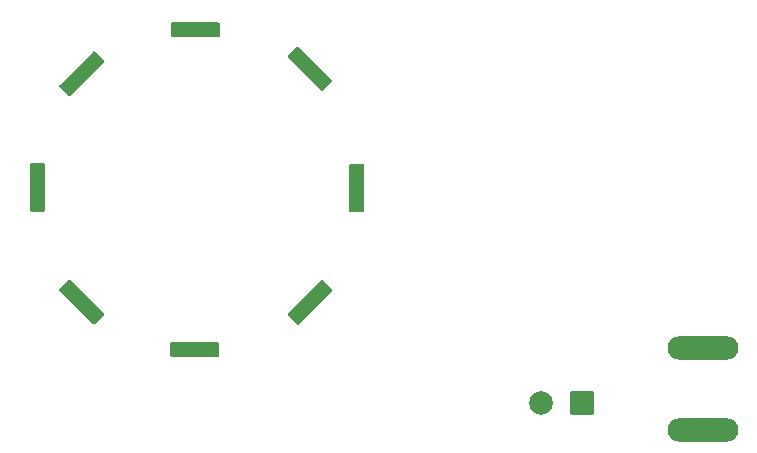
<source format=gbs>
G04 #@! TF.GenerationSoftware,KiCad,Pcbnew,7.0.10*
G04 #@! TF.CreationDate,2024-01-02T03:25:23-08:00*
G04 #@! TF.ProjectId,K40-LED_PCB,4b34302d-4c45-4445-9f50-43422e6b6963,rev?*
G04 #@! TF.SameCoordinates,Original*
G04 #@! TF.FileFunction,Soldermask,Bot*
G04 #@! TF.FilePolarity,Negative*
%FSLAX46Y46*%
G04 Gerber Fmt 4.6, Leading zero omitted, Abs format (unit mm)*
G04 Created by KiCad (PCBNEW 7.0.10) date 2024-01-02 03:25:23*
%MOMM*%
%LPD*%
G01*
G04 APERTURE LIST*
G04 Aperture macros list*
%AMRoundRect*
0 Rectangle with rounded corners*
0 $1 Rounding radius*
0 $2 $3 $4 $5 $6 $7 $8 $9 X,Y pos of 4 corners*
0 Add a 4 corners polygon primitive as box body*
4,1,4,$2,$3,$4,$5,$6,$7,$8,$9,$2,$3,0*
0 Add four circle primitives for the rounded corners*
1,1,$1+$1,$2,$3*
1,1,$1+$1,$4,$5*
1,1,$1+$1,$6,$7*
1,1,$1+$1,$8,$9*
0 Add four rect primitives between the rounded corners*
20,1,$1+$1,$2,$3,$4,$5,0*
20,1,$1+$1,$4,$5,$6,$7,0*
20,1,$1+$1,$6,$7,$8,$9,0*
20,1,$1+$1,$8,$9,$2,$3,0*%
G04 Aperture macros list end*
%ADD10O,6.000000X2.000000*%
%ADD11C,0.400000*%
%ADD12RoundRect,0.102000X0.900000X0.900000X-0.900000X0.900000X-0.900000X-0.900000X0.900000X-0.900000X0*%
%ADD13C,2.004000*%
G04 APERTURE END LIST*
D10*
X150495000Y-145384600D03*
X150495000Y-138384600D03*
D11*
X105651357Y-138866323D03*
X106251357Y-138866323D03*
X106851357Y-138866323D03*
X107451357Y-138866323D03*
X108051357Y-138866323D03*
X108651357Y-138866323D03*
X109251357Y-138866323D03*
X105651357Y-138166823D03*
X106251357Y-138166823D03*
X106851357Y-138166823D03*
X107451357Y-138166823D03*
X108051357Y-138166823D03*
X108651357Y-138166823D03*
X109251357Y-138166823D03*
X98869437Y-113646652D03*
X98445173Y-114070917D03*
X98020909Y-114495181D03*
X97596645Y-114919445D03*
X97172381Y-115343709D03*
X96748117Y-115767973D03*
X96323853Y-116192237D03*
X99364058Y-114141274D03*
X98939794Y-114565538D03*
X98515530Y-114989802D03*
X98091266Y-115414066D03*
X97667002Y-115838330D03*
X97242738Y-116262594D03*
X96818474Y-116686858D03*
X93748657Y-123001084D03*
X93748657Y-123601084D03*
X93748657Y-124201084D03*
X93748657Y-124801084D03*
X93748657Y-125401084D03*
X93748657Y-126001084D03*
X93748657Y-126601084D03*
X94448157Y-123001084D03*
X94448157Y-123601084D03*
X94448157Y-124201084D03*
X94448157Y-124801084D03*
X94448157Y-125401084D03*
X94448157Y-126001084D03*
X94448157Y-126601084D03*
X121497657Y-126645957D03*
X121497657Y-126045957D03*
X121497657Y-125445957D03*
X121497657Y-124845957D03*
X121497657Y-124245957D03*
X121497657Y-123645957D03*
X121497657Y-123045957D03*
X120798157Y-126645957D03*
X120798157Y-126045957D03*
X120798157Y-125445957D03*
X120798157Y-124845957D03*
X120798157Y-124245957D03*
X120798157Y-123645957D03*
X120798157Y-123045957D03*
X118722462Y-115759594D03*
X118298197Y-115335330D03*
X117873933Y-114911066D03*
X117449669Y-114486802D03*
X117025405Y-114062538D03*
X116601141Y-113638274D03*
X116176877Y-113214010D03*
X118227840Y-116254215D03*
X117803576Y-115829951D03*
X117379312Y-115405687D03*
X116955048Y-114981423D03*
X116530784Y-114557159D03*
X116106520Y-114132895D03*
X115682256Y-113708631D03*
X96323852Y-133499677D03*
X96748117Y-133923941D03*
X97172381Y-134348205D03*
X97596645Y-134772469D03*
X98020909Y-135196733D03*
X98445173Y-135620997D03*
X98869437Y-136045261D03*
X96818474Y-133005056D03*
X97242738Y-133429320D03*
X97667002Y-133853584D03*
X98091266Y-134277848D03*
X98515530Y-134702112D03*
X98939794Y-135126376D03*
X99364058Y-135550640D03*
X116176877Y-136045262D03*
X116601141Y-135620997D03*
X117025405Y-135196733D03*
X117449669Y-134772469D03*
X117873933Y-134348205D03*
X118298197Y-133923941D03*
X118722461Y-133499677D03*
X115682256Y-135550640D03*
X116106520Y-135126376D03*
X116530784Y-134702112D03*
X116955048Y-134277848D03*
X117379312Y-133853584D03*
X117803576Y-133429320D03*
X118227840Y-133005056D03*
X109284357Y-111119657D03*
X108684357Y-111119657D03*
X108084357Y-111119657D03*
X107484357Y-111119657D03*
X106884357Y-111119657D03*
X106284357Y-111119657D03*
X105684357Y-111119657D03*
X109284357Y-111819157D03*
X108684357Y-111819157D03*
X108084357Y-111819157D03*
X107484357Y-111819157D03*
X106884357Y-111819157D03*
X106284357Y-111819157D03*
X105684357Y-111819157D03*
D12*
X140233400Y-143052800D03*
D13*
X136733400Y-143052800D03*
G36*
X109440278Y-137915959D02*
G01*
X109486771Y-137969615D01*
X109498157Y-138021957D01*
X109498157Y-139019957D01*
X109478155Y-139088078D01*
X109424499Y-139134571D01*
X109372157Y-139145957D01*
X105499157Y-139145957D01*
X105431036Y-139125955D01*
X105384543Y-139072299D01*
X105373157Y-139019957D01*
X105373157Y-138021957D01*
X105393159Y-137953836D01*
X105446815Y-137907343D01*
X105499157Y-137895957D01*
X109372157Y-137895957D01*
X109440278Y-137915959D01*
G37*
G36*
X94665278Y-122765959D02*
G01*
X94711771Y-122819615D01*
X94723157Y-122871957D01*
X94723157Y-126744957D01*
X94703155Y-126813078D01*
X94649499Y-126859571D01*
X94597157Y-126870957D01*
X93599157Y-126870957D01*
X93531036Y-126850955D01*
X93484543Y-126797299D01*
X93473157Y-126744957D01*
X93473157Y-122871957D01*
X93493159Y-122803836D01*
X93546815Y-122757343D01*
X93599157Y-122745957D01*
X94597157Y-122745957D01*
X94665278Y-122765959D01*
G37*
G36*
X116217189Y-112856091D02*
G01*
X116262252Y-112885052D01*
X119059062Y-115681862D01*
X119093088Y-115744174D01*
X119088023Y-115814989D01*
X119059062Y-115860052D01*
X118312252Y-116606862D01*
X118249940Y-116640888D01*
X118179125Y-116635823D01*
X118134062Y-116606862D01*
X115337252Y-113810052D01*
X115303226Y-113747740D01*
X115308291Y-113676925D01*
X115337252Y-113631862D01*
X116084062Y-112885052D01*
X116146374Y-112851026D01*
X116217189Y-112856091D01*
G37*
G36*
X109490278Y-110865959D02*
G01*
X109536771Y-110919615D01*
X109548157Y-110971957D01*
X109548157Y-111969957D01*
X109528155Y-112038078D01*
X109474499Y-112084571D01*
X109422157Y-112095957D01*
X105549157Y-112095957D01*
X105481036Y-112075955D01*
X105434543Y-112022299D01*
X105423157Y-111969957D01*
X105423157Y-110971957D01*
X105443159Y-110903836D01*
X105496815Y-110857343D01*
X105549157Y-110845957D01*
X109422157Y-110845957D01*
X109490278Y-110865959D01*
G37*
G36*
X118267189Y-132656091D02*
G01*
X118312252Y-132685052D01*
X119059062Y-133431862D01*
X119093088Y-133494174D01*
X119088023Y-133564989D01*
X119059062Y-133610052D01*
X116262252Y-136406862D01*
X116199940Y-136440888D01*
X116129125Y-136435823D01*
X116084062Y-136406862D01*
X115337252Y-135660052D01*
X115303226Y-135597740D01*
X115308291Y-135526925D01*
X115337252Y-135481862D01*
X118134062Y-132685052D01*
X118196374Y-132651026D01*
X118267189Y-132656091D01*
G37*
G36*
X121715278Y-122815959D02*
G01*
X121761771Y-122869615D01*
X121773157Y-122921957D01*
X121773157Y-126794957D01*
X121753155Y-126863078D01*
X121699499Y-126909571D01*
X121647157Y-126920957D01*
X120649157Y-126920957D01*
X120581036Y-126900955D01*
X120534543Y-126847299D01*
X120523157Y-126794957D01*
X120523157Y-122921957D01*
X120543159Y-122853836D01*
X120596815Y-122807343D01*
X120649157Y-122795957D01*
X121647157Y-122795957D01*
X121715278Y-122815959D01*
G37*
G36*
X98917189Y-113281091D02*
G01*
X98962252Y-113310052D01*
X99709062Y-114056862D01*
X99743088Y-114119174D01*
X99738023Y-114189989D01*
X99709062Y-114235052D01*
X96912252Y-117031862D01*
X96849940Y-117065888D01*
X96779125Y-117060823D01*
X96734062Y-117031862D01*
X95987252Y-116285052D01*
X95953226Y-116222740D01*
X95958291Y-116151925D01*
X95987252Y-116106862D01*
X98784062Y-113310052D01*
X98846374Y-113276026D01*
X98917189Y-113281091D01*
G37*
G36*
X96867189Y-132631091D02*
G01*
X96912252Y-132660052D01*
X99709062Y-135456862D01*
X99743088Y-135519174D01*
X99738023Y-135589989D01*
X99709062Y-135635052D01*
X98962252Y-136381862D01*
X98899940Y-136415888D01*
X98829125Y-136410823D01*
X98784062Y-136381862D01*
X95987252Y-133585052D01*
X95953226Y-133522740D01*
X95958291Y-133451925D01*
X95987252Y-133406862D01*
X96734062Y-132660052D01*
X96796374Y-132626026D01*
X96867189Y-132631091D01*
G37*
M02*

</source>
